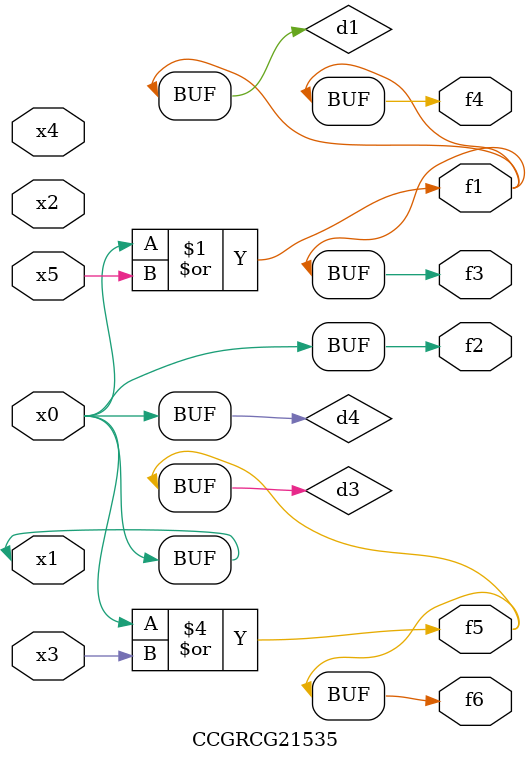
<source format=v>
module CCGRCG21535(
	input x0, x1, x2, x3, x4, x5,
	output f1, f2, f3, f4, f5, f6
);

	wire d1, d2, d3, d4;

	or (d1, x0, x5);
	xnor (d2, x1, x4);
	or (d3, x0, x3);
	buf (d4, x0, x1);
	assign f1 = d1;
	assign f2 = d4;
	assign f3 = d1;
	assign f4 = d1;
	assign f5 = d3;
	assign f6 = d3;
endmodule

</source>
